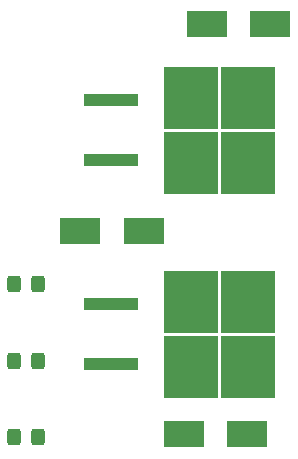
<source format=gbr>
%TF.GenerationSoftware,KiCad,Pcbnew,(6.0.0)*%
%TF.CreationDate,2022-01-01T23:53:49+00:00*%
%TF.ProjectId,main_distro,6d61696e-5f64-4697-9374-726f2e6b6963,rev?*%
%TF.SameCoordinates,Original*%
%TF.FileFunction,Paste,Top*%
%TF.FilePolarity,Positive*%
%FSLAX46Y46*%
G04 Gerber Fmt 4.6, Leading zero omitted, Abs format (unit mm)*
G04 Created by KiCad (PCBNEW (6.0.0)) date 2022-01-01 23:53:49*
%MOMM*%
%LPD*%
G01*
G04 APERTURE LIST*
G04 Aperture macros list*
%AMRoundRect*
0 Rectangle with rounded corners*
0 $1 Rounding radius*
0 $2 $3 $4 $5 $6 $7 $8 $9 X,Y pos of 4 corners*
0 Add a 4 corners polygon primitive as box body*
4,1,4,$2,$3,$4,$5,$6,$7,$8,$9,$2,$3,0*
0 Add four circle primitives for the rounded corners*
1,1,$1+$1,$2,$3*
1,1,$1+$1,$4,$5*
1,1,$1+$1,$6,$7*
1,1,$1+$1,$8,$9*
0 Add four rect primitives between the rounded corners*
20,1,$1+$1,$2,$3,$4,$5,0*
20,1,$1+$1,$4,$5,$6,$7,0*
20,1,$1+$1,$6,$7,$8,$9,0*
20,1,$1+$1,$8,$9,$2,$3,0*%
G04 Aperture macros list end*
%ADD10RoundRect,0.250000X0.325000X0.450000X-0.325000X0.450000X-0.325000X-0.450000X0.325000X-0.450000X0*%
%ADD11R,4.550000X5.250000*%
%ADD12R,4.600000X1.100000*%
%ADD13R,3.500000X2.300000*%
G04 APERTURE END LIST*
D10*
%TO.C,D1*%
X79025000Y-153000000D03*
X76975000Y-153000000D03*
%TD*%
%TO.C,D2*%
X76975000Y-146500000D03*
X79025000Y-146500000D03*
%TD*%
%TO.C,D3*%
X79025000Y-140000000D03*
X76975000Y-140000000D03*
%TD*%
D11*
%TO.C,U3*%
X91950000Y-129775000D03*
X96800000Y-129775000D03*
X91950000Y-124225000D03*
X96800000Y-124225000D03*
D12*
X85225000Y-124460000D03*
X85225000Y-129540000D03*
%TD*%
D13*
%TO.C,D6*%
X93300000Y-118000000D03*
X98700000Y-118000000D03*
%TD*%
D11*
%TO.C,U2*%
X96800000Y-147050000D03*
X96800000Y-141500000D03*
X91950000Y-147050000D03*
X91950000Y-141500000D03*
D12*
X85225000Y-141735000D03*
X85225000Y-146815000D03*
%TD*%
D13*
%TO.C,D5*%
X82600000Y-135500000D03*
X88000000Y-135500000D03*
%TD*%
%TO.C,D4*%
X96750000Y-152750000D03*
X91350000Y-152750000D03*
%TD*%
M02*

</source>
